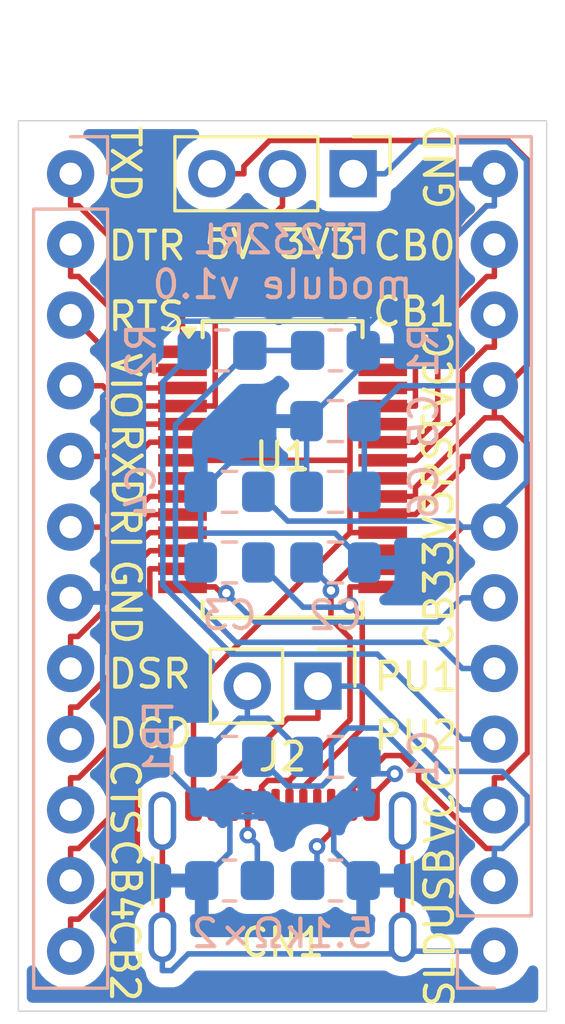
<source format=kicad_pcb>
(kicad_pcb (version 20240108) (generator "pcbnew") (generator_version "8.0")
  (layers (0 "F.Cu" signal) (31 "B.Cu" signal) (34 "B.Paste" user) (35 "F.Paste" user) (36 "B.SilkS" user "B.Silkscreen") (37 "F.SilkS" user "F.Silkscreen") (38 "B.Mask" user) (39 "F.Mask" user) (44 "Edge.Cuts" user))
  (net 0 "")
  (net 1 "USB")
  (net 2 "GND")
  (net 3 "Net-(U1-USBD-)")
  (net 4 "Net-(U1-USBD+)")
  (net 5 "3V3")
  (net 6 "VCC")
  (net 7 "CTS#")
  (net 8 "RTS#")
  (net 9 "CB2")
  (net 10 "DSR#")
  (net 11 "DTR#")
  (net 12 "RXD")
  (net 13 "RI#")
  (net 14 "CB4")
  (net 15 "VIO")
  (net 16 "TXD")
  (net 17 "DCD#")
  (net 18 "CB1")
  (net 19 "RESET#")
  (net 20 "CB3")
  (net 21 "SLD")
  (net 22 "PU1")
  (net 23 "PU2")
  (net 24 "CB0")
  (net 25 "Net-(J2-Pin_2)")
  (net 26 "Net-(CN1-CC1)")
  (net 29 "Net-(CN1-CC2)")
  (footprint "Package_SO:SSOP-28_5.3x10.2mm_P0.65mm" (layer "F.Cu") (at 149.864 102.0631)
    (property "Reference" "U1" (at -0.004 -0.4631 0) (layer "F.SilkS"))
    (property "Value" "FT232RL")
    (fp_line (start -2.875 -5.325) (end -2.875 -4.75) (stroke (width 0.15)) (layer "F.SilkS"))
    (fp_line (start -2.875 -5.325) (end 2.875 -5.325) (stroke (width 0.15)) (layer "F.SilkS"))
    (fp_line (start -2.875 4.75) (end -2.875 5.325) (stroke (width 0.15)) (layer "F.SilkS"))
    (fp_line (start -2.875 5.325) (end 2.875 5.325) (stroke (width 0.15)) (layer "F.SilkS"))
    (fp_line (start 2.875 -5.325) (end 2.875 -4.75) (stroke (width 0.15)) (layer "F.SilkS"))
    (fp_line (start 2.875 4.75) (end 2.875 5.325) (stroke (width 0.15)) (layer "F.SilkS"))
    (fp_poly (pts (xy -3.375 -4.75) (xy -3.615 -5.08) (xy -3.135 -5.08) (xy -3.375 -4.75)) (stroke (width 0.12)) (fill solid) (layer "F.SilkS"))
    (pad "1" smd rect (at -3.6 -4.225) (size 1.75 0.45) (layers "F.Cu" "F.Paste" "F.Mask") (net 16 "TXD"))
    (pad "2" smd rect (at -3.6 -3.575) (size 1.75 0.45) (layers "F.Cu" "F.Paste" "F.Mask") (net 11 "DTR#"))
    (pad "3" smd rect (at -3.6 -2.925) (size 1.75 0.45) (layers "F.Cu" "F.Paste" "F.Mask") (net 8 "RTS#"))
    (pad "4" smd rect (at -3.6 -2.275) (size 1.75 0.45) (layers "F.Cu" "F.Paste" "F.Mask") (net 15 "VIO"))
    (pad "5" smd rect (at -3.6 -1.625) (size 1.75 0.45) (layers "F.Cu" "F.Paste" "F.Mask") (net 12 "RXD"))
    (pad "6" smd rect (at -3.6 -0.975) (size 1.75 0.45) (layers "F.Cu" "F.Paste" "F.Mask") (net 13 "RI#"))
    (pad "7" smd rect (at -3.6 -0.325) (size 1.75 0.45) (layers "F.Cu" "F.Paste" "F.Mask") (net 2 "GND"))
    (pad "8" smd rect (at -3.6 0.325) (size 1.75 0.45) (layers "F.Cu" "F.Paste" "F.Mask"))
    (pad "9" smd rect (at -3.6 0.975) (size 1.75 0.45) (layers "F.Cu" "F.Paste" "F.Mask") (net 10 "DSR#"))
    (pad "10" smd rect (at -3.6 1.625) (size 1.75 0.45) (layers "F.Cu" "F.Paste" "F.Mask") (net 17 "DCD#"))
    (pad "11" smd rect (at -3.6 2.275) (size 1.75 0.45) (layers "F.Cu" "F.Paste" "F.Mask") (net 7 "CTS#"))
    (pad "12" smd rect (at -3.6 2.925) (size 1.75 0.45) (layers "F.Cu" "F.Paste" "F.Mask") (net 14 "CB4"))
    (pad "13" smd rect (at -3.6 3.575) (size 1.75 0.45) (layers "F.Cu" "F.Paste" "F.Mask") (net 9 "CB2"))
    (pad "14" smd rect (at -3.6 4.225) (size 1.75 0.45) (layers "F.Cu" "F.Paste" "F.Mask") (net 20 "CB3"))
    (pad "15" smd rect (at 3.6 4.225) (size 1.75 0.45) (layers "F.Cu" "F.Paste" "F.Mask") (net 4 "Net-(U1-USBD+)"))
    (pad "16" smd rect (at 3.6 3.575) (size 1.75 0.45) (layers "F.Cu" "F.Paste" "F.Mask") (net 3 "Net-(U1-USBD-)"))
    (pad "17" smd rect (at 3.6 2.925) (size 1.75 0.45) (layers "F.Cu" "F.Paste" "F.Mask") (net 5 "3V3"))
    (pad "18" smd rect (at 3.6 2.275) (size 1.75 0.45) (layers "F.Cu" "F.Paste" "F.Mask") (net 2 "GND"))
    (pad "19" smd rect (at 3.6 1.625) (size 1.75 0.45) (layers "F.Cu" "F.Paste" "F.Mask") (net 19 "RESET#"))
    (pad "20" smd rect (at 3.6 0.975) (size 1.75 0.45) (layers "F.Cu" "F.Paste" "F.Mask") (net 6 "VCC"))
    (pad "21" smd rect (at 3.6 0.325) (size 1.75 0.45) (layers "F.Cu" "F.Paste" "F.Mask") (net 2 "GND"))
    (pad "22" smd rect (at 3.6 -0.325) (size 1.75 0.45) (layers "F.Cu" "F.Paste" "F.Mask") (net 18 "CB1"))
    (pad "23" smd rect (at 3.6 -0.975) (size 1.75 0.45) (layers "F.Cu" "F.Paste" "F.Mask") (net 24 "CB0"))
    (pad "24" smd rect (at 3.6 -1.625) (size 1.75 0.45) (layers "F.Cu" "F.Paste" "F.Mask"))
    (pad "25" smd rect (at 3.6 -2.275) (size 1.75 0.45) (layers "F.Cu" "F.Paste" "F.Mask") (net 2 "GND"))
    (pad "26" smd rect (at 3.6 -2.925) (size 1.75 0.45) (layers "F.Cu" "F.Paste" "F.Mask") (net 2 "GND"))
    (pad "27" smd rect (at 3.6 -3.575) (size 1.75 0.45) (layers "F.Cu" "F.Paste" "F.Mask"))
    (pad "28" smd rect (at 3.6 -4.225) (size 1.75 0.45) (layers "F.Cu" "F.Paste" "F.Mask"))
  )
  (footprint "Connector_USB:USB_C_Receptacle_GCT_USB4105-xx-A_16P_TopMnt_Horizontal" (layer "F.Cu") (at 149.86 117.8)
    (property "Reference" "CN1" (at 0 1.27 0) (layer "F.SilkS"))
    (property "Value" "USB_C_Receptacle_USB2.0_14P" (hide yes))
    (fp_line (start -4.67 -0.1) (end -4.67 -1.8) (stroke (width 0.12)) (layer "F.SilkS"))
    (fp_line (start 4.67 -0.1) (end 4.67 -1.8) (stroke (width 0.12)) (layer "F.SilkS"))
    (pad "" np_thru_hole circle (at -2.89 -2.605) (size 0.65 0.65) (drill 0.65) (layers "F&B.Cu" "*.Mask"))
    (pad "" np_thru_hole circle (at 2.89 -2.605) (size 0.65 0.65) (drill 0.65) (layers "F&B.Cu" "*.Mask"))
    (pad "A1" smd roundrect (at -3.2 -3.68) (size 0.6 1.15) (layers "F.Cu" "F.Paste" "F.Mask") (net 2 "GND"))
    (pad "A4" smd roundrect (at -2.4 -3.68) (size 0.6 1.15) (layers "F.Cu" "F.Paste" "F.Mask") (net 1 "USB"))
    (pad "A5" smd roundrect (at -1.25 -3.68) (size 0.3 1.15) (layers "F.Cu" "F.Paste" "F.Mask") (net 26 "Net-(CN1-CC1)"))
    (pad "A6" smd roundrect (at -0.25 -3.68) (size 0.3 1.15) (layers "F.Cu" "F.Paste" "F.Mask") (net 4 "Net-(U1-USBD+)"))
    (pad "A7" smd roundrect (at 0.25 -3.68) (size 0.3 1.15) (layers "F.Cu" "F.Paste" "F.Mask") (net 3 "Net-(U1-USBD-)"))
    (pad "A8" smd roundrect (at 1.25 -3.68) (size 0.3 1.15) (layers "F.Cu" "F.Paste" "F.Mask"))
    (pad "A9" smd roundrect (at 2.4 -3.68) (size 0.6 1.15) (layers "F.Cu" "F.Paste" "F.Mask") (net 1 "USB"))
    (pad "A12" smd roundrect (at 3.2 -3.68) (size 0.6 1.15) (layers "F.Cu" "F.Paste" "F.Mask") (net 2 "GND"))
    (pad "B1" smd roundrect (at 3.2 -3.68) (size 0.6 1.15) (layers "F.Cu" "F.Paste" "F.Mask") (net 2 "GND"))
    (pad "B4" smd roundrect (at 2.4 -3.68) (size 0.6 1.15) (layers "F.Cu" "F.Paste" "F.Mask") (net 1 "USB"))
    (pad "B5" smd roundrect (at 1.75 -3.68) (size 0.3 1.15) (layers "F.Cu" "F.Paste" "F.Mask") (net 29 "Net-(CN1-CC2)"))
    (pad "B6" smd roundrect (at 0.75 -3.68) (size 0.3 1.15) (layers "F.Cu" "F.Paste" "F.Mask") (net 4 "Net-(U1-USBD+)"))
    (pad "B7" smd roundrect (at -0.75 -3.68) (size 0.3 1.15) (layers "F.Cu" "F.Paste" "F.Mask") (net 3 "Net-(U1-USBD-)"))
    (pad "B8" smd roundrect (at -1.75 -3.68) (size 0.3 1.15) (layers "F.Cu" "F.Paste" "F.Mask"))
    (pad "B9" smd roundrect (at -2.4 -3.68) (size 0.6 1.15) (layers "F.Cu" "F.Paste" "F.Mask") (net 1 "USB"))
    (pad "B12" smd roundrect (at -3.2 -3.68) (size 0.6 1.15) (layers "F.Cu" "F.Paste" "F.Mask") (net 2 "GND"))
    (pad "S1" thru_hole oval (at -4.32 -3.105) (size 1 2.1) (drill oval 0.6 1.7) (layers "*.Cu" "*.Mask" "F.Paste") (net 21 "SLD"))
    (pad "S1" thru_hole oval (at -4.32 1.075) (size 1 1.8) (drill oval 0.6 1.4) (layers "*.Cu" "*.Mask" "F.Paste") (net 21 "SLD"))
    (pad "S1" thru_hole oval (at 4.32 -3.105) (size 1 2.1) (drill oval 0.6 1.7) (layers "*.Cu" "*.Mask" "F.Paste") (net 21 "SLD"))
    (pad "S1" thru_hole oval (at 4.32 1.075) (size 1 1.8) (drill oval 0.6 1.4) (layers "*.Cu" "*.Mask" "F.Paste") (net 21 "SLD"))
  )
  (footprint "Connector_PinHeader_2.54mm:PinHeader_1x02_P2.54mm_Vertical" (layer "F.Cu") (at 151.135 109.855 -90)
    (property "Reference" "J2" (at 2.54 1.275 180) (layer "F.SilkS"))
    (property "Value" "Conn_01x02_Pin")
    (fp_line (start -1.33 3.87) (end 1.33 3.87) (stroke (width 0.12)) (layer "F.SilkS"))
    (fp_line (start -1.33 1.27) (end -1.33 3.87) (stroke (width 0.12)) (layer "F.SilkS"))
    (fp_line (start -1.33 1.27) (end 1.33 1.27) (stroke (width 0.12)) (layer "F.SilkS"))
    (fp_line (start 1.33 1.27) (end 1.33 3.87) (stroke (width 0.12)) (layer "F.SilkS"))
    (fp_line (start -1.33 0) (end -1.33 -1.33) (stroke (width 0.12)) (layer "F.SilkS"))
    (fp_line (start -1.33 -1.33) (end 0 -1.33) (stroke (width 0.12)) (layer "F.SilkS"))
    (pad "1" thru_hole rect (at 0 0 270) (size 1.7 1.7) (drill 1) (layers "*.Cu" "*.Mask") (net 1 "USB"))
    (pad "2" thru_hole oval (at 0 2.54 270) (size 1.7 1.7) (drill 1) (layers "*.Cu" "*.Mask") (net 25 "Net-(J2-Pin_2)"))
  )
  (footprint "Connector_PinHeader_2.54mm:PinHeader_1x03_P2.54mm_Vertical" (layer "F.Cu") (at 152.4 91.44 -90)
    (property "Reference" "J1" (hide yes))
    (property "Value" "Conn_01x03_Pin")
    (fp_line (start -1.33 6.41) (end 1.33 6.41) (stroke (width 0.12)) (layer "F.SilkS"))
    (fp_line (start -1.33 1.27) (end -1.33 6.41) (stroke (width 0.12)) (layer "F.SilkS"))
    (fp_line (start -1.33 1.27) (end 1.33 1.27) (stroke (width 0.12)) (layer "F.SilkS"))
    (fp_line (start 1.33 1.27) (end 1.33 6.41) (stroke (width 0.12)) (layer "F.SilkS"))
    (fp_line (start -1.33 0) (end -1.33 -1.33) (stroke (width 0.12)) (layer "F.SilkS"))
    (fp_line (start -1.33 -1.33) (end 0 -1.33) (stroke (width 0.12)) (layer "F.SilkS"))
    (pad "1" thru_hole rect (at 0 0 270) (size 1.7 1.7) (drill 1) (layers "*.Cu" "*.Mask") (net 5 "3V3"))
    (pad "2" thru_hole oval (at 0 2.54 270) (size 1.7 1.7) (drill 1) (layers "*.Cu" "*.Mask") (net 15 "VIO"))
    (pad "3" thru_hole oval (at 0 5.08 270) (size 1.7 1.7) (drill 1) (layers "*.Cu" "*.Mask") (net 6 "VCC"))
  )
  (footprint "Capacitor_SMD:C_0805_2012Metric_Pad1.18x1.45mm_HandSolder" (layer "B.Cu") (at 151.765 105.41)
    (property "Reference" "C2" (at 0 1.905 180) (layer "B.SilkS") (effects (justify mirror)))
    (property "Value" "47pF")
    (fp_line (start 0.261252 -0.735) (end -0.261252 -0.735) (stroke (width 0.12)) (layer "B.SilkS"))
    (fp_line (start 0.261252 0.735) (end -0.261252 0.735) (stroke (width 0.12)) (layer "B.SilkS"))
    (pad "1" smd roundrect (at -1.0375 0) (size 1.175 1.45) (layers "B.Cu" "B.Paste" "B.Mask") (roundrect_rratio 0.212766) (net 3 "Net-(U1-USBD-)"))
    (pad "2" smd roundrect (at 1.0375 0) (size 1.175 1.45) (layers "B.Cu" "B.Paste" "B.Mask") (roundrect_rratio 0.212766) (net 2 "GND"))
  )
  (footprint "Resistor_SMD:R_0805_2012Metric_Pad1.20x1.40mm_HandSolder" (layer "B.Cu") (at 151.765 97.79)
    (property "Reference" "R1" (at 3.175 0 -90) (layer "B.SilkS") (effects (justify mirror)))
    (property "Value" "10kΩ")
    (fp_line (start 0.227064 -0.735) (end -0.227064 -0.735) (stroke (width 0.12)) (layer "B.SilkS"))
    (fp_line (start 0.227064 0.735) (end -0.227064 0.735) (stroke (width 0.12)) (layer "B.SilkS"))
    (pad "1" smd roundrect (at -1 0) (size 1.2 1.4) (layers "B.Cu" "B.Paste" "B.Mask") (roundrect_rratio 0.208333) (net 22 "PU1"))
    (pad "2" smd roundrect (at 1 0) (size 1.2 1.4) (layers "B.Cu" "B.Paste" "B.Mask") (roundrect_rratio 0.208333) (net 2 "GND"))
  )
  (footprint "Capacitor_SMD:C_0805_2012Metric_Pad1.18x1.45mm_HandSolder" (layer "B.Cu") (at 147.955 105.41 180)
    (property "Reference" "C3" (at 0 -1.905 0) (layer "B.SilkS") (effects (justify mirror)))
    (property "Value" "47pF")
    (fp_line (start 0.261252 0.735) (end -0.261252 0.735) (stroke (width 0.12)) (layer "B.SilkS"))
    (fp_line (start 0.261252 -0.735) (end -0.261252 -0.735) (stroke (width 0.12)) (layer "B.SilkS"))
    (pad "1" smd roundrect (at -1.0375 0 180) (size 1.175 1.45) (layers "B.Cu" "B.Paste" "B.Mask") (roundrect_rratio 0.212766) (net 4 "Net-(U1-USBD+)"))
    (pad "2" smd roundrect (at 1.0375 0 180) (size 1.175 1.45) (layers "B.Cu" "B.Paste" "B.Mask") (roundrect_rratio 0.212766) (net 2 "GND"))
  )
  (footprint "Resistor_SMD:R_0805_2012Metric_Pad1.20x1.40mm_HandSolder" (layer "B.Cu") (at 147.955 116.84 180)
    (property "Reference" "USB_R1" (hide yes))
    (property "Value" "5.1kΩ")
    (fp_line (start 0.227064 0.735) (end -0.227064 0.735) (stroke (width 0.12)) (layer "B.SilkS"))
    (fp_line (start 0.227064 -0.735) (end -0.227064 -0.735) (stroke (width 0.12)) (layer "B.SilkS"))
    (pad "1" smd roundrect (at -1 0 180) (size 1.2 1.4) (layers "B.Cu" "B.Paste" "B.Mask") (roundrect_rratio 0.208333) (net 26 "Net-(CN1-CC1)"))
    (pad "2" smd roundrect (at 1 0 180) (size 1.2 1.4) (layers "B.Cu" "B.Paste" "B.Mask") (roundrect_rratio 0.208333) (net 2 "GND"))
  )
  (footprint "Capacitor_SMD:C_0805_2012Metric_Pad1.18x1.45mm_HandSolder" (layer "B.Cu") (at 151.765 102.87 180)
    (property "Reference" "C6" (at -3.175 0 90) (layer "B.SilkS") (effects (justify mirror)))
    (property "Value" "4.7uF")
    (fp_line (start 0.261252 0.735) (end -0.261252 0.735) (stroke (width 0.12)) (layer "B.SilkS"))
    (fp_line (start 0.261252 -0.735) (end -0.261252 -0.735) (stroke (width 0.12)) (layer "B.SilkS"))
    (pad "1" smd roundrect (at -1.0375 0 180) (size 1.175 1.45) (layers "B.Cu" "B.Paste" "B.Mask") (roundrect_rratio 0.212766) (net 6 "VCC"))
    (pad "2" smd roundrect (at 1.0375 0 180) (size 1.175 1.45) (layers "B.Cu" "B.Paste" "B.Mask") (roundrect_rratio 0.212766) (net 2 "GND"))
  )
  (footprint "Capacitor_SMD:C_0805_2012Metric_Pad1.18x1.45mm_HandSolder" (layer "B.Cu") (at 147.955 112.395 180)
    (property "Reference" "FB1" (at 2.54 0.635 -90) (layer "B.SilkS") (effects (justify mirror)))
    (property "Value" "L_Ferrite")
    (fp_line (start 0.261252 0.735) (end -0.261252 0.735) (stroke (width 0.12)) (layer "B.SilkS"))
    (fp_line (start 0.261252 -0.735) (end -0.261252 -0.735) (stroke (width 0.12)) (layer "B.SilkS"))
    (pad "1" smd roundrect (at -1.0375 0 180) (size 1.175 1.45) (layers "B.Cu" "B.Paste" "B.Mask") (roundrect_rratio 0.212766) (net 6 "VCC"))
    (pad "2" smd roundrect (at 1.0375 0 180) (size 1.175 1.45) (layers "B.Cu" "B.Paste" "B.Mask") (roundrect_rratio 0.212766) (net 25 "Net-(J2-Pin_2)"))
  )
  (footprint "Capacitor_SMD:C_0805_2012Metric_Pad1.18x1.45mm_HandSolder" (layer "B.Cu") (at 151.765 112.395)
    (property "Reference" "C1" (at 3.175 0 90) (layer "B.SilkS") (effects (justify mirror)))
    (property "Value" "0.01uF")
    (fp_line (start 0.261252 -0.735) (end -0.261252 -0.735) (stroke (width 0.12)) (layer "B.SilkS"))
    (fp_line (start 0.261252 0.735) (end -0.261252 0.735) (stroke (width 0.12)) (layer "B.SilkS"))
    (pad "1" smd roundrect (at -1.0375 0) (size 1.175 1.45) (layers "B.Cu" "B.Paste" "B.Mask") (roundrect_rratio 0.212766) (net 25 "Net-(J2-Pin_2)"))
    (pad "2" smd roundrect (at 1.0375 0) (size 1.175 1.45) (layers "B.Cu" "B.Paste" "B.Mask") (roundrect_rratio 0.212766) (net 2 "GND"))
  )
  (footprint "Connector_PinHeader_2.54mm:PinHeader_1x12_P2.54mm_Vertical" (layer "B.Cu") (at 157.48 119.38)
    (property "Reference" "CN3" (hide yes))
    (property "Value" "Conn_01x12_Pin" (hide yes))
    (fp_line (start -1.33 -29.27) (end -1.33 -1.27) (stroke (width 0.12)) (layer "B.SilkS"))
    (fp_line (start -1.33 1.33) (end -1.33 0) (stroke (width 0.12)) (layer "B.SilkS"))
    (fp_line (start 0 1.33) (end -1.33 1.33) (stroke (width 0.12)) (layer "B.SilkS"))
    (fp_line (start 1.33 -29.27) (end -1.33 -29.27) (stroke (width 0.12)) (layer "B.SilkS"))
    (fp_line (start 1.33 -29.27) (end 1.33 -1.27) (stroke (width 0.12)) (layer "B.SilkS"))
    (fp_line (start 1.33 -1.27) (end -1.33 -1.27) (stroke (width 0.12)) (layer "B.SilkS"))
    (pad "1" thru_hole oval (at 0 0) (size 1.7 1.7) (drill 0.8) (layers "*.Cu" "*.Mask") (net 21 "SLD"))
    (pad "2" thru_hole oval (at 0 -2.54) (size 1.7 1.7) (drill 0.8) (layers "*.Cu" "*.Mask") (net 1 "USB"))
    (pad "3" thru_hole oval (at 0 -5.08) (size 1.7 1.7) (drill 0.8) (layers "*.Cu" "*.Mask") (net 6 "VCC"))
    (pad "4" thru_hole oval (at 0 -7.62) (size 1.7 1.7) (drill 0.8) (layers "*.Cu" "*.Mask") (net 23 "PU2"))
    (pad "5" thru_hole oval (at 0 -10.16) (size 1.7 1.7) (drill 0.8) (layers "*.Cu" "*.Mask") (net 22 "PU1"))
    (pad "6" thru_hole oval (at 0 -12.7) (size 1.7 1.7) (drill 0.8) (layers "*.Cu" "*.Mask") (net 20 "CB3"))
    (pad "7" thru_hole oval (at 0 -15.24) (size 1.7 1.7) (drill 0.8) (layers "*.Cu" "*.Mask") (net 5 "3V3"))
    (pad "8" thru_hole oval (at 0 -17.78) (size 1.7 1.7) (drill 0.8) (layers "*.Cu" "*.Mask") (net 19 "RESET#"))
    (pad "9" thru_hole oval (at 0 -20.32) (size 1.7 1.7) (drill 0.8) (layers "*.Cu" "*.Mask") (net 6 "VCC"))
    (pad "10" thru_hole oval (at 0 -22.86) (size 1.7 1.7) (drill 0.8) (layers "*.Cu" "*.Mask") (net 18 "CB1"))
    (pad "11" thru_hole oval (at 0 -25.4) (size 1.7 1.7) (drill 0.8) (layers "*.Cu" "*.Mask") (net 24 "CB0"))
    (pad "12" thru_hole oval (at 0 -27.94) (size 1.7 1.7) (drill 0.8) (layers "*.Cu" "*.Mask") (net 2 "GND"))
  )
  (footprint "Connector_PinHeader_2.54mm:PinHeader_1x12_P2.54mm_Vertical" (layer "B.Cu") (at 142.24 91.44 180)
    (property "Reference" "CN2" (hide yes))
    (property "Value" "Conn_01x12_Pin" (hide yes))
    (fp_line (start 1.33 -1.27) (end -1.33 -1.27) (stroke (width 0.12)) (layer "B.SilkS"))
    (fp_line (start 1.33 -29.27) (end 1.33 -1.27) (stroke (width 0.12)) (layer "B.SilkS"))
    (fp_line (start 1.33 -29.27) (end -1.33 -29.27) (stroke (width 0.12)) (layer "B.SilkS"))
    (fp_line (start 0 1.33) (end -1.33 1.33) (stroke (width 0.12)) (layer "B.SilkS"))
    (fp_line (start -1.33 1.33) (end -1.33 0) (stroke (width 0.12)) (layer "B.SilkS"))
    (fp_line (start -1.33 -29.27) (end -1.33 -1.27) (stroke (width 0.12)) (layer "B.SilkS"))
    (pad "1" thru_hole oval (at 0 0 180) (size 1.7 1.7) (drill 0.8) (layers "*.Cu" "*.Mask") (net 16 "TXD"))
    (pad "2" thru_hole oval (at 0 -2.54 180) (size 1.7 1.7) (drill 0.8) (layers "*.Cu" "*.Mask") (net 11 "DTR#"))
    (pad "3" thru_hole oval (at 0 -5.08 180) (size 1.7 1.7) (drill 0.8) (layers "*.Cu" "*.Mask") (net 8 "RTS#"))
    (pad "4" thru_hole oval (at 0 -7.62 180) (size 1.7 1.7) (drill 0.8) (layers "*.Cu" "*.Mask") (net 15 "VIO"))
    (pad "5" thru_hole oval (at 0 -10.16 180) (size 1.7 1.7) (drill 0.8) (layers "*.Cu" "*.Mask") (net 12 "RXD"))
    (pad "6" thru_hole oval (at 0 -12.7 180) (size 1.7 1.7) (drill 0.8) (layers "*.Cu" "*.Mask") (net 13 "RI#"))
    (pad "7" thru_hole oval (at 0 -15.24 180) (size 1.7 1.7) (drill 0.8) (layers "*.Cu" "*.Mask") (net 2 "GND"))
    (pad "8" thru_hole oval (at 0 -17.78 180) (size 1.7 1.7) (drill 0.8) (layers "*.Cu" "*.Mask") (net 10 "DSR#"))
    (pad "9" thru_hole oval (at 0 -20.32 180) (size 1.7 1.7) (drill 0.8) (layers "*.Cu" "*.Mask") (net 17 "DCD#"))
    (pad "10" thru_hole oval (at 0 -22.86 180) (size 1.7 1.7) (drill 0.8) (layers "*.Cu" "*.Mask") (net 7 "CTS#"))
    (pad "11" thru_hole oval (at 0 -25.4 180) (size 1.7 1.7) (drill 0.8) (layers "*.Cu" "*.Mask") (net 14 "CB4"))
    (pad "12" thru_hole oval (at 0 -27.94 180) (size 1.7 1.7) (drill 0.8) (layers "*.Cu" "*.Mask") (net 9 "CB2"))
  )
  (footprint "Resistor_SMD:R_0805_2012Metric_Pad1.20x1.40mm_HandSolder" (layer "B.Cu") (at 151.765 116.84)
    (property "Reference" "USB_R2" (hide yes))
    (property "Value" "5.1kΩ")
    (fp_line (start 0.227064 -0.735) (end -0.227064 -0.735) (stroke (width 0.12)) (layer "B.SilkS"))
    (fp_line (start 0.227064 0.735) (end -0.227064 0.735) (stroke (width 0.12)) (layer "B.SilkS"))
    (pad "1" smd roundrect (at -1 0) (size 1.2 1.4) (layers "B.Cu" "B.Paste" "B.Mask") (roundrect_rratio 0.208333) (net 29 "Net-(CN1-CC2)"))
    (pad "2" smd roundrect (at 1 0) (size 1.2 1.4) (layers "B.Cu" "B.Paste" "B.Mask") (roundrect_rratio 0.208333) (net 2 "GND"))
  )
  (footprint "Resistor_SMD:R_0805_2012Metric_Pad1.20x1.40mm_HandSolder" (layer "B.Cu") (at 147.685 97.79)
    (property "Reference" "R2" (at -2.905 0 -90) (layer "B.SilkS") (effects (justify mirror)))
    (property "Value" "10kΩ")
    (fp_line (start 0.227064 -0.735) (end -0.227064 -0.735) (stroke (width 0.12)) (layer "B.SilkS"))
    (fp_line (start 0.227064 0.735) (end -0.227064 0.735) (stroke (width 0.12)) (layer "B.SilkS"))
    (pad "1" smd roundrect (at -1 0) (size 1.2 1.4) (layers "B.Cu" "B.Paste" "B.Mask") (roundrect_rratio 0.208333) (net 23 "PU2"))
    (pad "2" smd roundrect (at 1 0) (size 1.2 1.4) (layers "B.Cu" "B.Paste" "B.Mask") (roundrect_rratio 0.208333) (net 22 "PU1"))
  )
  (footprint "Capacitor_SMD:C_0805_2012Metric_Pad1.18x1.45mm_HandSolder" (layer "B.Cu") (at 151.765 100.33 180)
    (property "Reference" "C5" (at -3.175 0 90) (layer "B.SilkS") (effects (justify mirror)))
    (property "Value" "0.1uF")
    (fp_line (start 0.261252 0.735) (end -0.261252 0.735) (stroke (width 0.12)) (layer "B.SilkS"))
    (fp_line (start 0.261252 -0.735) (end -0.261252 -0.735) (stroke (width 0.12)) (layer "B.SilkS"))
    (pad "1" smd roundrect (at -1.0375 0 180) (size 1.175 1.45) (layers "B.Cu" "B.Paste" "B.Mask") (roundrect_rratio 0.212766) (net 6 "VCC"))
    (pad "2" smd roundrect (at 1.0375 0 180) (size 1.175 1.45) (layers "B.Cu" "B.Paste" "B.Mask") (roundrect_rratio 0.212766) (net 2 "GND"))
  )
  (footprint "Capacitor_SMD:C_0805_2012Metric_Pad1.18x1.45mm_HandSolder" (layer "B.Cu") (at 147.955 102.87 180)
    (property "Reference" "C4" (at 3.175 0 -90) (layer "B.SilkS") (effects (justify mirror)))
    (property "Value" "0.1uF")
    (fp_line (start 0.261252 0.735) (end -0.261252 0.735) (stroke (width 0.12)) (layer "B.SilkS"))
    (fp_line (start 0.261252 -0.735) (end -0.261252 -0.735) (stroke (width 0.12)) (layer "B.SilkS"))
    (pad "1" smd roundrect (at -1.0375 0 180) (size 1.175 1.45) (layers "B.Cu" "B.Paste" "B.Mask") (roundrect_rratio 0.212766) (net 5 "3V3"))
    (pad "2" smd roundrect (at 1.0375 0 180) (size 1.175 1.45) (layers "B.Cu" "B.Paste" "B.Mask") (roundrect_rratio 0.212766) (net 2 "GND"))
  )
  (gr_rect (start 140.36 89.535) (end 159.36 121.535) (stroke (width 0.05)) (fill none) (layer "Edge.Cuts"))
  (gr_text "FT232RL\nmodule v1.0" (at 149.86 94.615 0) (layer "B.SilkS") (effects (font (size 1 1)) (justify mirror)))
  (gr_text "5.1kΩ×2" (at 149.86 118.745 0) (layer "B.SilkS") (effects (font (size 1 1)) (justify mirror)))
  (gr_text "DTR" (at 143.51 94.615 0) (layer "F.SilkS") (effects (font (size 1 1)) (justify left bottom)))
  (gr_text "TXD" (at 143.628338 89.617753 270) (layer "F.SilkS") (effects (font (size 1 1)) (justify left bottom)))
  (gr_text "RST" (at 156.030067 102.87 90) (layer "F.SilkS") (effects (font (size 1 1)) (justify left bottom)))
  (gr_text "CB4" (at 143.641783 115.250678 270) (layer "F.SilkS") (effects (font (size 1 1)) (justify left bottom)))
  (gr_text "PU2" (at 153.061928 112.216173 0) (layer "F.SilkS") (effects (font (size 1 1)) (justify left bottom)))
  (gr_text "DSR" (at 143.507783 110.003415 0) (layer "F.SilkS") (effects (font (size 1 1)) (justify left bottom)))
  (gr_text "CB0" (at 153.035 94.615 0) (layer "F.SilkS") (effects (font (size 1 1)) (justify left bottom)))
  (gr_text "3V3" (at 151.13 93.98 0) (layer "F.SilkS") (effects (font (size 1 1))))
  (gr_text "5V" (at 147.955 93.98 0) (layer "F.SilkS") (effects (font (size 1 1))))
  (gr_text "GND" (at 156.107523 92.810389 90) (layer "F.SilkS") (effects (font (size 1 1)) (justify left bottom)))
  (gr_text "SLD" (at 156.108628 121.479822 90) (layer "F.SilkS") (effects (font (size 1 1)) (justify left bottom)))
  (gr_text "CB1" (at 153.019325 96.983935 0) (layer "F.SilkS") (effects (font (size 1 1)) (justify left bottom)))
  (gr_text "VCC" (at 156.065386 100.05092 90) (layer "F.SilkS") (effects (font (size 1 1)) (justify left bottom)))
  (gr_text "RTS" (at 143.51 97.155 0) (layer "F.SilkS") (effects (font (size 1 1)) (justify left bottom)))
  (gr_text "USB" (at 156.084393 118.745 90) (layer "F.SilkS") (effects (font (size 1 1)) (justify left bottom)))
  (gr_text "3V3" (at 156.065386 105.63904 90) (layer "F.SilkS") (effects (font (size 1 1)) (justify left bottom)))
  (gr_text "CTS" (at 143.60825 112.395 270) (layer "F.SilkS") (effects (font (size 1 1)) (justify left bottom)))
  (gr_text "VCC" (at 156.111941 115.611656 90) (layer "F.SilkS") (effects (font (size 1 1)) (justify left bottom)))
  (gr_text "GND" (at 143.639567 105.200125 270) (layer "F.SilkS") (effects (font (size 1 1)) (justify left bottom)))
  (gr_text "CB3" (at 156.07679 108.664353 90) (layer "F.SilkS") (effects (font (size 1 1)) (justify left bottom)))
  (gr_text "DCD" (at 143.512852 112.14236 0) (layer "F.SilkS") (effects (font (size 1 1)) (justify left bottom)))
  (gr_text "RXD" (at 143.666018 100.322564 270) (layer "F.SilkS") (effects (font (size 1 1)) (justify left bottom)))
  (gr_text "PU1" (at 153.070644 110.104614 0) (layer "F.SilkS") (effects (font (size 1 1)) (justify left bottom)))
  (gr_text "CB2" (at 143.601234 118.129638 270) (layer "F.SilkS") (effects (font (size 1 1)) (justify left bottom)))
  (gr_text "RI" (at 143.623081 103.331461 270) (layer "F.SilkS") (effects (font (size 1 1)) (justify left bottom)))
  (gr_text "VIO" (at 143.628338 97.79 270) (layer "F.SilkS") (effects (font (size 1 1)) (justify left bottom)))
  (segment (start 157.48 115.6883) (end 157.192 115.6883) (width 0.2) (layer "F.Cu") (net 1))
  (segment (start 157.48 116.84) (end 157.48 115.6883) (width 0.2) (layer "F.Cu") (net 1))
  (segment (start 154.7574 113.2537) (end 154.7574 112.9747) (width 0.2) (layer "F.Cu") (net 1))
  (segment (start 150.057 111.0067) (end 151.135 111.0067) (width 0.2) (layer "F.Cu") (net 1))
  (segment (start 154.7574 112.9747) (end 154.1324 112.3497) (width 0.2) (layer "F.Cu") (net 1))
  (segment (start 151.135 109.855) (end 151.135 111.0067) (width 0.2) (layer "F.Cu") (net 1))
  (segment (start 147.46 114.12) (end 147.46 113.6037) (width 0.2) (layer "F.Cu") (net 1))
  (segment (start 157.192 115.6883) (end 154.7574 113.2537) (width 0.2) (layer "F.Cu") (net 1))
  (segment (start 154.1324 112.3497) (end 153.5556 112.3497) (width 0.2) (layer "F.Cu") (net 1))
  (segment (start 153.5556 112.3497) (end 152.26 113.6453) (width 0.2) (layer "F.Cu") (net 1))
  (segment (start 147.46 113.6037) (end 150.057 111.0067) (width 0.2) (layer "F.Cu") (net 1))
  (segment (start 152.26 113.6453) (end 152.26 114.12) (width 0.2) (layer "F.Cu") (net 1))
  (segment (start 157.48 116.84) (end 157.48 115.6883) (width 0.2) (layer "B.Cu") (net 1))
  (segment (start 158.6623 113.8213) (end 157.7591 112.9181) (width 0.2) (layer "B.Cu") (net 1))
  (segment (start 157.7679 115.6883) (end 158.6623 114.7939) (width 0.2) (layer "B.Cu") (net 1))
  (segment (start 155.7496 112.9181) (end 152.6865 109.855) (width 0.2) (layer "B.Cu") (net 1))
  (segment (start 152.6865 109.855) (end 151.135 109.855) (width 0.2) (layer "B.Cu") (net 1))
  (segment (start 158.6623 114.7939) (end 158.6623 113.8213) (width 0.2) (layer "B.Cu") (net 1))
  (segment (start 157.7591 112.9181) (end 155.7496 112.9181) (width 0.2) (layer "B.Cu") (net 1))
  (segment (start 157.48 115.6883) (end 157.7679 115.6883) (width 0.2) (layer "B.Cu") (net 1))
  (segment (start 152.2873 99.7881) (end 152.2873 101.7381) (width 0.2) (layer "F.Cu") (net 2))
  (segment (start 154.6407 99.1381) (end 154.6407 99.7881) (width 0.2) (layer "F.Cu") (net 2))
  (segment (start 152.2888 102.3881) (end 152.2873 102.3881) (width 0.2) (layer "F.Cu") (net 2))
  (segment (start 153.896 113.0028) (end 153.06 113.8388) (width 0.2) (layer "F.Cu") (net 2))
  (segment (start 146.66 114.12) (end 146.66 109.9654) (width 0.2) (layer "F.Cu") (net 2))
  (segment (start 157.48 91.44) (end 157.48 92.5917) (width 0.2) (layer "F.Cu") (net 2))
  (segment (start 153.464 102.3881) (end 152.3882 102.3881) (width 0.2) (layer "F.Cu") (net 2))
  (segment (start 153.06 113.8388) (end 153.06 114.12) (width 0.2) (layer "F.Cu") (net 2))
  (segment (start 152.2873 101.7381) (end 152.2873 102.3881) (width 0.2) (layer "F.Cu") (net 2))
  (segment (start 152.2873 101.7381) (end 146.264 101.7381) (width 0.2) (layer "F.Cu") (net 2))
  (segment (start 153.464 104.3381) (end 152.2873 104.3381) (width 0.2) (layer "F.Cu") (net 2))
  (segment (start 153.464 99.7881) (end 152.2873 99.7881) (width 0.2) (layer "F.Cu") (net 2))
  (segment (start 146.66 109.9654) (end 152.2873 104.3381) (width 0.2) (layer "F.Cu") (net 2))
  (segment (start 152.2873 102.3881) (end 152.2873 104.3381) (width 0.2) (layer "F.Cu") (net 2))
  (segment (start 154.6407 95.143) (end 154.6407 99.1381) (width 0.2) (layer "F.Cu") (net 2))
  (segment (start 157.48 92.5917) (end 157.192 92.5917) (width 0.2) (layer "F.Cu") (net 2))
  (segment (start 157.192 92.5917) (end 154.6407 95.143) (width 0.2) (layer "F.Cu") (net 2))
  (segment (start 153.464 99.1381) (end 154.6407 99.1381) (width 0.2) (layer "F.Cu") (net 2))
  (segment (start 153.464 99.7881) (end 154.6407 99.7881) (width 0.2) (layer "F.Cu") (net 2))
  (segment (start 152.3882 102.3881) (end 152.2888 102.3881) (width 0.2) (layer "F.Cu") (net 2))
  (via (at 153.896 113.0028) (size 0.6) (drill 0.3) (layers "F.Cu" "B.Cu") (net 2))
  (segment (start 152.765 97.79) (end 152.765 97.0382) (width 0.2) (layer "B.Cu") (net 2))
  (segment (start 147.9675 115.8275) (end 147.9675 114.5462) (width 0.2) (layer "B.Cu") (net 2))
  (segment (start 151.2591 114.5462) (end 147.9675 114.5462) (width 0.2) (layer "B.Cu") (net 2))
  (segment (start 143.3917 110.4728) (end 143.3917 106.68) (width 0.2) (layer "B.Cu") (net 2))
  (segment (start 152.765 116.84) (end 151.7033 115.7783) (width 0.2) (layer "B.Cu") (net 2))
  (segment (start 146.1061 96.738) (end 143.3917 99.4524) (width 0.2) (layer "B.Cu") (net 2))
  (segment (start 147.019 113.5977) (end 146.5166 113.5977) (width 0.2) (layer "B.Cu") (net 2))
  (segment (start 151.2591 114.5462) (end 152.8025 113.0028) (width 0.2) (layer "B.Cu") (net 2))
  (segment (start 150.7275 101.8381) (end 150.7275 100.33) (width 0.2) (layer "B.Cu") (net 2))
  (segment (start 152.8025 113.0028) (end 152.8025 112.395) (width 0.2) (layer "B.Cu") (net 2))
  (segment (start 146.9175 104.3536) (end 146.9175 105.41) (width 0.2) (layer "B.Cu") (net 2))
  (segment (start 142.24 106.68) (end 143.3917 106.68) (width 0.2) (layer "B.Cu") (net 2))
  (segment (start 152.765 97.0382) (end 152.4648 96.738) (width 0.2) (layer "B.Cu") (net 2))
  (segment (start 152.765 97.0382) (end 157.2115 92.5917) (width 0.2) (layer "B.Cu") (net 2))
  (segment (start 150.7275 101.8381) (end 147.9494 101.8381) (width 0.2) (layer "B.Cu") (net 2))
  (segment (start 152.765 98.2925) (end 152.765 97.79) (width 0.2) (layer "B.Cu") (net 2))
  (segment (start 146.5166 113.5977) (end 143.3917 110.4728) (width 0.2) (layer "B.Cu") (net 2))
  (segment (start 147.9494 101.8381) (end 146.9175 102.87) (width 0.2) (layer "B.Cu") (net 2))
  (segment (start 150.7275 102.87) (end 150.7275 101.8381) (width 0.2) (layer "B.Cu") (net 2))
  (segment (start 146.9175 102.87) (end 146.9175 104.3536) (width 0.2) (layer "B.Cu") (net 2))
  (segment (start 151.7033 115.7783) (end 151.7033 114.9904) (width 0.2) (layer "B.Cu") (net 2))
  (segment (start 157.48 91.44) (end 157.48 92.5917) (width 0.2) (layer "B.Cu") (net 2))
  (segment (start 157.2115 92.5917) (end 157.48 92.5917) (width 0.2) (layer "B.Cu") (net 2))
  (segment (start 150.7275 100.33) (end 152.765 98.2925) (width 0.2) (layer "B.Cu") (net 2))
  (segment (start 152.4648 96.738) (end 146.1061 96.738) (width 0.2) (layer "B.Cu") (net 2))
  (segment (start 146.955 116.84) (end 147.9675 115.8275) (width 0.2) (layer "B.Cu") (net 2))
  (segment (start 146.9175 104.3536) (end 151.7461 104.3536) (width 0.2) (layer "B.Cu") (net 2))
  (segment (start 151.7461 104.3536) (end 152.8025 105.41) (width 0.2) (layer "B.Cu") (net 2))
  (segment (start 147.9675 114.5462) (end 147.019 113.5977) (width 0.2) (layer "B.Cu") (net 2))
  (segment (start 143.3917 99.4524) (end 143.3917 106.68) (width 0.2) (layer "B.Cu") (net 2))
  (segment (start 152.8025 113.0028) (end 153.896 113.0028) (width 0.2) (layer "B.Cu") (net 2))
  (segment (start 151.7033 114.9904) (end 151.2591 114.5462) (width 0.2) (layer "B.Cu") (net 2))
  (segment (start 149.11 113.4634) (end 149.3304 113.243) (width 0.2) (layer "F.Cu") (net 3))
  (segment (start 153.464 105.6381) (end 152.2873 105.6381) (width 0.2) (layer "F.Cu") (net 3))
  (segment (start 150.1085 113.243) (end 150.11 113.2445) (width 0.2) (layer "F.Cu") (net 3))
  (segment (start 152.2867 111.0648) (end 150.1085 113.243) (width 0.2) (layer "F.Cu") (net 3))
  (segment (start 152.2867 108.1237) (end 152.2867 111.0648) (width 0.2) (layer "F.Cu") (net 3))
  (segment (start 151.6023 107.4393) (end 152.2867 108.1237) (width 0.2) (layer "F.Cu") (net 3))
  (segment (start 149.11 114.12) (end 149.11 113.4634) (width 0.2) (layer "F.Cu") (net 3))
  (segment (start 151.6023 106.4151) (end 151.6023 107.4393) (width 0.2) (layer "F.Cu") (net 3))
  (segment (start 152.2873 105.6381) (end 151.6023 106.3231) (width 0.2) (layer "F.Cu") (net 3))
  (segment (start 151.6023 106.3231) (end 151.6023 106.4151) (width 0.2) (layer "F.Cu") (net 3))
  (segment (start 150.11 113.2445) (end 150.11 114.12) (width 0.2) (layer "F.Cu") (net 3))
  (segment (start 149.3304 113.243) (end 150.1085 113.243) (width 0.2) (layer "F.Cu") (net 3))
  (via (at 151.6023 106.4151) (size 0.6) (drill 0.3) (layers "F.Cu" "B.Cu") (net 3))
  (segment (start 150.7275 105.41) (end 151.6023 106.2848) (width 0.2) (layer "B.Cu") (net 3))
  (segment (start 151.6023 106.2848) (end 151.6023 106.4151) (width 0.2) (layer "B.Cu") (net 3))
  (segment (start 149.8712 115.004) (end 150.4088 115.004) (width 0.2) (layer "F.Cu") (net 4))
  (segment (start 153.464 106.2881) (end 152.2873 106.2881) (width 0.2) (layer "F.Cu") (net 4))
  (segment (start 149.61 114.12) (end 149.61 114.7428) (width 0.2) (layer "F.Cu") (net 4))
  (segment (start 150.4088 115.004) (end 150.61 114.8028) (width 0.2) (layer "F.Cu") (net 4))
  (segment (start 152.7286 107.3883) (end 152.2873 106.947) (width 0.2) (layer "F.Cu") (net 4))
  (segment (start 150.61 114.8028) (end 150.61 114.12) (width 0.2) (layer "F.Cu") (net 4))
  (segment (start 150.61 114.12) (end 150.61 113.4851) (width 0.2) (layer "F.Cu") (net 4))
  (segment (start 150.61 113.4851) (end 152.7286 111.3665) (width 0.2) (layer "F.Cu") (net 4))
  (segment (start 152.7286 111.3665) (end 152.7286 107.3883) (width 0.2) (layer "F.Cu") (net 4))
  (segment (start 152.2873 106.947) (end 152.2873 106.2881) (width 0.2) (layer "F.Cu") (net 4))
  (segment (start 149.61 114.7428) (end 149.8712 115.004) (width 0.2) (layer "F.Cu") (net 4))
  (via (at 152.2873 106.947) (size 0.6) (drill 0.3) (layers "F.Cu" "B.Cu") (net 4))
  (segment (start 152.2174 107.0169) (end 150.5994 107.0169) (width 0.2) (layer "B.Cu") (net 4))
  (segment (start 150.5994 107.0169) (end 148.9925 105.41) (width 0.2) (layer "B.Cu") (net 4))
  (segment (start 152.2873 106.947) (end 152.2174 107.0169) (width 0.2) (layer "B.Cu") (net 4))
  (segment (start 156.3283 104.14) (end 155.4802 104.9881) (width 0.2) (layer "F.Cu") (net 5))
  (segment (start 155.4802 104.9881) (end 153.464 104.9881) (width 0.2) (layer "F.Cu") (net 5))
  (segment (start 157.48 104.14) (end 156.3283 104.14) (width 0.2) (layer "F.Cu") (net 5))
  (segment (start 157.48 104.14) (end 157.005 104.14) (width 0.2) (layer "B.Cu") (net 5))
  (segment (start 158.6323 90.9563) (end 157.9643 90.2883) (width 0.2) (layer "B.Cu") (net 5))
  (segment (start 157.005 104.14) (end 156.3283 104.14) (width 0.2) (layer "B.Cu") (net 5))
  (segment (start 158.6323 102.5127) (end 158.6323 90.9563) (width 0.2) (layer "B.Cu") (net 5))
  (segment (start 152.4 91.44) (end 153.5517 91.44) (width 0.2) (layer "B.Cu") (net 5))
  (segment (start 150.0457 103.9232) (end 148.9925 102.87) (width 0.2) (layer "B.Cu") (net 5))
  (segment (start 154.7034 90.2883) (end 153.5517 91.44) (width 0.2) (layer "B.Cu") (net 5))
  (segment (start 157.005 104.14) (end 158.6323 102.5127) (width 0.2) (layer "B.Cu") (net 5))
  (segment (start 157.9643 90.2883) (end 154.7034 90.2883) (width 0.2) (layer "B.Cu") (net 5))
  (segment (start 156.3283 104.14) (end 156.1115 103.9232) (width 0.2) (layer "B.Cu") (net 5))
  (segment (start 156.1115 103.9232) (end 150.0457 103.9232) (width 0.2) (layer "B.Cu") (net 5))
  (segment (start 157.48 99.6358) (end 157.48 99.499) (width 0.2) (layer "F.Cu") (net 6))
  (segment (start 147.32 91.44) (end 148.4717 91.44) (width 0.2) (layer "F.Cu") (net 6))
  (segment (start 157.48 114.3) (end 157.48 113.1483) (width 0.2) (layer "F.Cu") (net 6))
  (segment (start 158.6713 101.1425) (end 157.7405 100.2117) (width 0.2) (layer "F.Cu") (net 6))
  (segment (start 158.6709 90.9424) (end 157.9721 90.2436) (width 0.2) (layer "F.Cu") (net 6))
  (segment (start 157.7679 113.1483) (end 158.6713 112.2449) (width 0.2) (layer "F.Cu") (net 6))
  (segment (start 157.48 100.2117) (end 157.1421 100.2117) (width 0.2) (layer "F.Cu") (net 6))
  (segment (start 157.48 113.1483) (end 157.7679 113.1483) (width 0.2) (layer "F.Cu") (net 6))
  (segment (start 157.48 99.499) (end 158.6709 98.3081) (width 0.2) (layer "F.Cu") (net 6))
  (segment (start 157.48 99.06) (end 157.48 99.499) (width 0.2) (layer "F.Cu") (net 6))
  (segment (start 149.3996 90.2436) (end 148.4717 91.1715) (width 0.2) (layer "F.Cu") (net 6))
  (segment (start 154.6407 102.7131) (end 154.6407 103.0381) (width 0.2) (layer "F.Cu") (net 6))
  (segment (start 158.6713 112.2449) (end 158.6713 101.1425) (width 0.2) (layer "F.Cu") (net 6))
  (segment (start 157.1421 100.2117) (end 154.6407 102.7131) (width 0.2) (layer "F.Cu") (net 6))
  (segment (start 157.7405 100.2117) (end 157.48 100.2117) (width 0.2) (layer "F.Cu") (net 6))
  (segment (start 157.48 99.6358) (end 157.48 100.2117) (width 0.2) (layer "F.Cu") (net 6))
  (segment (start 158.6709 98.3081) (end 158.6709 90.9424) (width 0.2) (layer "F.Cu") (net 6))
  (segment (start 148.4717 91.1715) (end 148.4717 91.44) (width 0.2) (layer "F.Cu") (net 6))
  (segment (start 153.464 103.0381) (end 154.6407 103.0381) (width 0.2) (layer "F.Cu") (net 6))
  (segment (start 157.9721 90.2436) (end 149.3996 90.2436) (width 0.2) (layer "F.Cu") (net 6))
  (segment (start 152.2126 111.3606) (end 151.6177 111.9555) (width 0.2) (layer "B.Cu") (net 6))
  (segment (start 157.48 114.3) (end 156.3283 114.3) (width 0.2) (layer "B.Cu") (net 6))
  (segment (start 153.3889 111.3606) (end 152.2126 111.3606) (width 0.2) (layer "B.Cu") (net 6))
  (segment (start 157.48 99.06) (end 154.0725 99.06) (width 0.2) (layer "B.Cu") (net 6))
  (segment (start 151.6177 111.9555) (end 151.6177 113.1018) (width 0.2) (layer "B.Cu") (net 6))
  (segment (start 151.2764 113.4431) (end 150.0406 113.4431) (width 0.2) (layer "B.Cu") (net 6))
  (segment (start 151.6177 113.1018) (end 151.2764 113.4431) (width 0.2) (layer "B.Cu") (net 6))
  (segment (start 152.8025 100.33) (end 152.8025 102.87) (width 0.2) (layer "B.Cu") (net 6))
  (segment (start 156.3283 114.3) (end 153.3889 111.3606) (width 0.2) (layer "B.Cu") (net 6))
  (segment (start 154.0725 99.06) (end 152.8025 100.33) (width 0.2) (layer "B.Cu") (net 6))
  (segment (start 150.0406 113.4431) (end 148.9925 112.395) (width 0.2) (layer "B.Cu") (net 6))
  (segment (start 142.5279 113.1483) (end 143.7934 111.8828) (width 0.2) (layer "F.Cu") (net 7))
  (segment (start 143.7934 111.8828) (end 143.7934 110.7042) (width 0.2) (layer "F.Cu") (net 7))
  (segment (start 142.24 114.3) (end 142.24 113.1483) (width 0.2) (layer "F.Cu") (net 7))
  (segment (start 142.24 113.1483) (end 142.5279 113.1483) (width 0.2) (layer "F.Cu") (net 7))
  (segment (start 144.1951 105.2303) (end 145.0873 104.3381) (width 0.2) (layer "F.Cu") (net 7))
  (segment (start 146.264 104.3381) (end 145.0873 104.3381) (width 0.2) (layer "F.Cu") (net 7))
  (segment (start 143.7934 110.7042) (end 144.1951 110.3025) (width 0.2) (layer "F.Cu") (net 7))
  (segment (start 144.1951 110.3025) (end 144.1951 105.2303) (width 0.2) (layer "F.Cu") (net 7))
  (segment (start 142.24 96.52) (end 144.8581 99.1381) (width 0.2) (layer "F.Cu") (net 8))
  (segment (start 144.8581 99.1381) (end 146.264 99.1381) (width 0.2) (layer "F.Cu") (net 8))
  (segment (start 142.24 119.38) (end 142.24 118.2283) (width 0.2) (layer "F.Cu") (net 9))
  (segment (start 142.5279 118.2283) (end 144.6373 116.1189) (width 0.2) (layer "F.Cu") (net 9))
  (segment (start 144.6373 110.9964) (end 145.0873 110.5464) (width 0.2) (layer "F.Cu") (net 9))
  (segment (start 145.0873 110.5464) (end 145.0873 105.6381) (width 0.2) (layer "F.Cu") (net 9))
  (segment (start 142.24 118.2283) (end 142.5279 118.2283) (width 0.2) (layer "F.Cu") (net 9))
  (segment (start 146.264 105.6381) (end 145.0873 105.6381) (width 0.2) (layer "F.Cu") (net 9))
  (segment (start 144.6373 116.1189) (end 144.6373 110.9964) (width 0.2) (layer "F.Cu") (net 9))
  (segment (start 145.0873 103.0381) (end 143.3917 104.7337) (width 0.2) (layer "F.Cu") (net 10))
  (segment (start 142.5036 108.0683) (end 142.24 108.0683) (width 0.2) (layer "F.Cu") (net 10))
  (segment (start 142.24 109.22) (end 142.24 108.0683) (width 0.2) (layer "F.Cu") (net 10))
  (segment (start 146.264 103.0381) (end 145.0873 103.0381) (width 0.2) (layer "F.Cu") (net 10))
  (segment (start 143.3917 107.1802) (end 142.5036 108.0683) (width 0.2) (layer "F.Cu") (net 10))
  (segment (start 143.3917 104.7337) (end 143.3917 107.1802) (width 0.2) (layer "F.Cu") (net 10))
  (segment (start 146.264 98.4881) (end 145.0873 98.4881) (width 0.2) (layer "F.Cu") (net 11))
  (segment (start 142.528 95.1317) (end 145.0873 97.691) (width 0.2) (layer "F.Cu") (net 11))
  (segment (start 142.24 95.1317) (end 142.528 95.1317) (width 0.2) (layer "F.Cu") (net 11))
  (segment (start 145.0873 97.691) (end 145.0873 98.4881) (width 0.2) (layer "F.Cu") (net 11))
  (segment (start 142.24 93.98) (end 142.24 95.1317) (width 0.2) (layer "F.Cu") (net 11))
  (segment (start 142.24 101.6) (end 143.3917 101.6) (width 0.2) (layer "F.Cu") (net 12))
  (segment (start 144.5536 100.4381) (end 146.264 100.4381) (width 0.2) (layer "F.Cu") (net 12))
  (segment (start 143.3917 101.6) (end 144.5536 100.4381) (width 0.2) (layer "F.Cu") (net 12))
  (segment (start 146.264 101.0881) (end 145.0873 101.0881) (width 0.2) (layer "F.Cu") (net 13))
  (segment (start 142.24 104.14) (end 143.3917 104.14) (width 0.2) (layer "F.Cu") (net 13))
  (segment (start 143.3917 102.7837) (end 145.0873 101.0881) (width 0.2) (layer "F.Cu") (net 13))
  (segment (start 143.3917 104.14) (end 143.3917 102.7837) (width 0.2) (layer "F.Cu") (net 13))
  (segment (start 142.5279 115.6883) (end 144.1951 114.0211) (width 0.2) (layer "F.Cu") (net 14))
  (segment (start 146.264 104.9881) (end 145.0873 104.9881) (width 0.2) (layer "F.Cu") (net 14))
  (segment (start 142.24 115.6883) (end 142.5279 115.6883) (width 0.2) (layer "F.Cu") (net 14))
  (segment (start 144.1951 114.0211) (end 144.1951 110.8706) (width 0.2) (layer "F.Cu") (net 14))
  (segment (start 142.24 116.84) (end 142.24 115.6883) (width 0.2) (layer "F.Cu") (net 14))
  (segment (start 144.5968 105.4786) (end 145.0873 104.9881) (width 0.2) (layer "F.Cu") (net 14))
  (segment (start 144.1951 110.8706) (end 144.5968 110.4689) (width 0.2) (layer "F.Cu") (net 14))
  (segment (start 144.5968 110.4689) (end 144.5968 105.4786) (width 0.2) (layer "F.Cu") (net 14))
  (segment (start 147.4407 99.7881) (end 147.4407 95.011) (width 0.2) (layer "F.Cu") (net 15))
  (segment (start 142.24 99.06) (end 143.3917 99.06) (width 0.2) (layer "F.Cu") (net 15))
  (segment (start 147.4407 95.011) (end 149.86 92.5917) (width 0.2) (layer "F.Cu") (net 15))
  (segment (start 146.264 99.7881) (end 147.4407 99.7881) (width 0.2) (layer "F.Cu") (net 15))
  (segment (start 143.3917 99.06) (end 144.1198 99.7881) (width 0.2) (layer "F.Cu") (net 15))
  (segment (start 149.86 91.44) (end 149.86 92.5917) (width 0.2) (layer "F.Cu") (net 15))
  (segment (start 144.1198 99.7881) (end 146.264 99.7881) (width 0.2) (layer "F.Cu") (net 15))
  (segment (start 142.24 91.44) (end 142.24 92.5917) (width 0.2) (layer "F.Cu") (net 16))
  (segment (start 146.264 96.3278) (end 146.264 97.8381) (width 0.2) (layer "F.Cu") (net 16))
  (segment (start 142.5279 92.5917) (end 146.264 96.3278) (width 0.2) (layer "F.Cu") (net 16))
  (segment (start 142.24 92.5917) (end 142.5279 92.5917) (width 0.2) (layer "F.Cu") (net 16))
  (segment (start 142.24 111.76) (end 142.24 110.6083) (width 0.2) (layer "F.Cu") (net 17))
  (segment (start 143.7934 109.3028) (end 143.7934 104.982) (width 0.2) (layer "F.Cu") (net 17))
  (segment (start 146.264 103.6881) (end 145.0873 103.6881) (width 0.2) (layer "F.Cu") (net 17))
  (segment (start 143.7934 104.982) (end 145.0873 103.6881) (width 0.2) (layer "F.Cu") (net 17))
  (segment (start 142.24 110.6083) (end 142.4879 110.6083) (width 0.2) (layer "F.Cu") (net 17))
  (segment (start 142.4879 110.6083) (end 143.7934 109.3028) (width 0.2) (layer "F.Cu") (net 17))
  (segment (start 157.48 96.52) (end 157.48 97.6717) (width 0.2) (layer "F.Cu") (net 18))
  (segment (start 156.3283 100.0505) (end 154.6407 101.7381) (width 0.2) (layer "F.Cu") (net 18))
  (segment (start 153.464 101.7381) (end 154.6407 101.7381) (width 0.2) (layer "F.Cu") (net 18))
  (segment (start 157.192 97.6717) (end 156.3283 98.5354) (width 0.2) (layer "F.Cu") (net 18))
  (segment (start 156.3283 98.5354) (end 156.3283 100.0505) (width 0.2) (layer "F.Cu") (net 18))
  (segment (start 157.48 97.6717) (end 157.192 97.6717) (width 0.2) (layer "F.Cu") (net 18))
  (segment (start 157.48 101.6) (end 156.3283 101.6) (width 0.2) (layer "F.Cu") (net 19))
  (segment (start 153.464 103.6881) (end 154.6407 103.6881) (width 0.2) (layer "F.Cu") (net 19))
  (segment (start 156.3283 101.6) (end 156.3283 102.0005) (width 0.2) (layer "F.Cu") (net 19))
  (segment (start 156.3283 102.0005) (end 154.6407 103.6881) (width 0.2) (layer "F.Cu") (net 19))
  (segment (start 147.6646 106.512) (end 147.4407 106.2881) (width 0.2) (layer "F.Cu") (net 20))
  (segment (start 146.264 106.2881) (end 147.4407 106.2881) (width 0.2) (layer "F.Cu") (net 20))
  (segment (start 147.8407 106.512) (end 147.6646 106.512) (width 0.2) (layer "F.Cu") (net 20))
  (via (at 147.8407 106.512) (size 0.6) (drill 0.3) (layers "F.Cu" "B.Cu") (net 20))
  (segment (start 156.3283 106.68) (end 155.4562 107.5521) (width 0.2) (layer "B.Cu") (net 20))
  (segment (start 157.48 106.68) (end 156.3283 106.68) (width 0.2) (layer "B.Cu") (net 20))
  (segment (start 148.8808 107.5521) (end 147.8407 106.512) (width 0.2) (layer "B.Cu") (net 20))
  (segment (start 155.4562 107.5521) (end 148.8808 107.5521) (width 0.2) (layer "B.Cu") (net 20))
  (segment (start 145.54 118.875) (end 145.54 114.695) (width 0.2) (layer "F.Cu") (net 21))
  (segment (start 154.18 118.875) (end 154.18 114.695) (width 0.2) (layer "F.Cu") (net 21))
  (segment (start 154.18 119.38) (end 154.18 119.4758) (width 0.2) (layer "B.Cu") (net 21))
  (segment (start 157.48 119.38) (end 154.18 119.38) (width 0.2) (layer "B.Cu") (net 21))
  (segment (start 145.54 118.875) (end 145.54 120.0767) (width 0.2) (layer "B.Cu") (net 21))
  (segment (start 146.4729 119.4758) (end 146.4729 119.4759) (width 0.2) (layer "B.Cu") (net 21))
  (segment (start 154.18 119.4758) (end 146.4729 119.4758) (width 0.2) (layer "B.Cu") (net 21))
  (segment (start 146.4729 119.4759) (end 145.8721 120.0767) (width 0.2) (layer "B.Cu") (net 21))
  (segment (start 145.8721 120.0767) (end 145.54 120.0767) (width 0.2) (layer "B.Cu") (net 21))
  (segment (start 154.18 118.875) (end 154.18 119.38) (width 0.2) (layer "B.Cu") (net 21))
  (segment (start 146.0107 100.4643) (end 148.685 97.79) (width 0.2) (layer "B.Cu") (net 22))
  (segment (start 156.3283 109.22) (end 155.3866 108.2783) (width 0.2) (layer "B.Cu") (net 22))
  (segment (start 150.765 97.79) (end 148.685 97.79) (width 0.2) (layer "B.Cu") (net 22))
  (segment (start 157.48 109.22) (end 156.3283 109.22) (width 0.2) (layer "B.Cu") (net 22))
  (segment (start 148.1852 108.2783) (end 146.0107 106.1038) (width 0.2) (layer "B.Cu") (net 22))
  (segment (start 155.3866 108.2783) (end 148.1852 108.2783) (width 0.2) (layer "B.Cu") (net 22))
  (segment (start 146.0107 106.1038) (end 146.0107 100.4643) (width 0.2) (layer "B.Cu") (net 22))
  (segment (start 148.0297 108.7033) (end 145.5556 106.2292) (width 0.2) (layer "B.Cu") (net 23))
  (segment (start 145.5556 98.9194) (end 146.685 97.79) (width 0.2) (layer "B.Cu") (net 23))
  (segment (start 145.5556 106.2292) (end 145.5556 98.9194) (width 0.2) (layer "B.Cu") (net 23))
  (segment (start 156.3283 111.76) (end 153.2716 108.7033) (width 0.2) (layer "B.Cu") (net 23))
  (segment (start 157.48 111.76) (end 156.3283 111.76) (width 0.2) (layer "B.Cu") (net 23))
  (segment (start 153.2716 108.7033) (end 148.0297 108.7033) (width 0.2) (layer "B.Cu") (net 23))
  (segment (start 157.48 93.98) (end 157.48 95.1317) (width 0.2) (layer "F.Cu") (net 24))
  (segment (start 155.444 100.2848) (end 155.444 96.8992) (width 0.2) (layer "F.Cu") (net 24))
  (segment (start 153.464 101.0881) (end 154.6407 101.0881) (width 0.2) (layer "F.Cu") (net 24))
  (segment (start 157.2115 95.1317) (end 157.48 95.1317) (width 0.2) (layer "F.Cu") (net 24))
  (segment (start 155.444 96.8992) (end 157.2115 95.1317) (width 0.2) (layer "F.Cu") (net 24))
  (segment (start 154.6407 101.0881) (end 155.444 100.2848) (width 0.2) (layer "F.Cu") (net 24))
  (segment (start 149.3392 111.0067) (end 148.595 111.0067) (width 0.2) (layer "B.Cu") (net 25))
  (segment (start 148.3058 111.0067) (end 148.595 111.0067) (width 0.2) (layer "B.Cu") (net 25))
  (segment (start 150.7275 112.395) (end 149.3392 111.0067) (width 0.2) (layer "B.Cu") (net 25))
  (segment (start 146.9175 112.395) (end 148.3058 111.0067) (width 0.2) (layer "B.Cu") (net 25))
  (segment (start 148.595 109.855) (end 148.595 111.0067) (width 0.2) (layer "B.Cu") (net 25))
  (segment (start 148.61 114.12) (end 148.61 115.2072) (width 0.2) (layer "F.Cu") (net 26))
  (via (at 148.61 115.2072) (size 0.6) (drill 0.3) (layers "F.Cu" "B.Cu") (net 26))
  (segment (start 148.955 116.84) (end 148.955 115.5522) (width 0.2) (layer "B.Cu") (net 26))
  (segment (start 148.955 115.5522) (end 148.61 115.2072) (width 0.2) (layer "B.Cu") (net 26))
  (segment (start 151.61 115.1058) (end 151.61 114.12) (width 0.2) (layer "F.Cu") (net 29))
  (segment (start 151.1016 115.6142) (end 151.61 115.1058) (width 0.2) (layer "F.Cu") (net 29))
  (via (at 151.1016 115.6142) (size 0.6) (drill 0.3) (layers "F.Cu" "B.Cu") (net 29))
  (segment (start 151.1016 116.5034) (end 151.1016 115.6142) (width 0.2) (layer "B.Cu") (net 29))
  (segment (start 150.765 116.84) (end 151.1016 116.5034) (width 0.2) (layer "B.Cu") (net 29))
  (zone (net 8) (net_name "RTS#") (layer "F.Cu") (connect_pads (clearance 0.5)) (min_thickness 0.4) (fill yes (thermal_gap 0.5) (thermal_bridge_width 0.5))
    (polygon (pts (xy 139.7 88.9) (xy 139.7 121.92) (xy 160.02 121.92) (xy 160.02 88.9)))
  )
  (zone (net 2) (net_name "GND") (layer "B.Cu") (priority 1) (connect_pads (clearance 0.5)) (min_thickness 0.4) (fill yes (thermal_gap 0.5) (thermal_bridge_width 0.5))
    (polygon (pts (xy 139.7 88.9) (xy 139.7 121.92) (xy 160.02 121.92) (xy 160.02 88.9)))
  )
)
</source>
